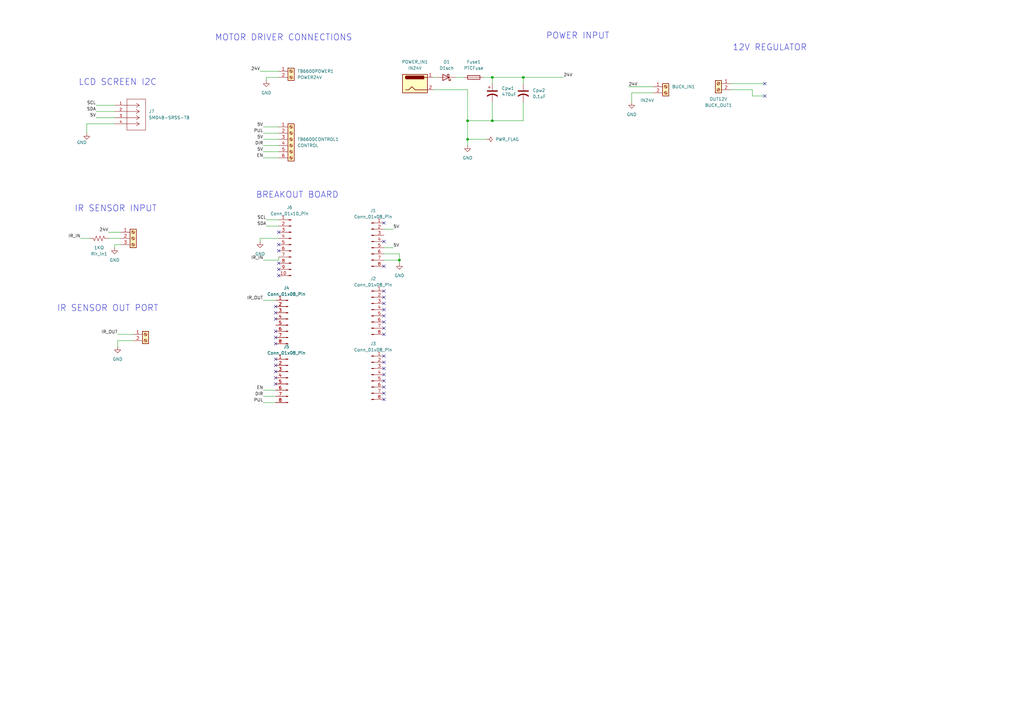
<source format=kicad_sch>
(kicad_sch (version 20250114) (generator "eeschema") (generator_version "9.0")
  (paper "A3")
  (lib_symbols
    (symbol "4_Pin_JST:SM04B-SRSS-TB" (pin_names (offset 1.016))
      (property "Reference" "J" (at 4.1656 5.3086 0))
      (property "Value" "SM04B-SRSS-TB" (at 0 0 0))
      (symbol "SM04B-SRSS-TB_0_0"
        (polyline (pts (xy 5.08 2.54) (xy 5.08 -10.16)) (stroke (width 0.1524)))
        (polyline (pts (xy 5.08 -10.16) (xy 12.7 -10.16)) (stroke (width 0.1524)))
        (polyline (pts (xy 10.16 0) (xy 5.08 0)) (stroke (width 0.1524)))
        (polyline (pts (xy 10.16 0) (xy 8.89 0.8382)) (stroke (width 0.1524)))
        (polyline (pts (xy 10.16 0) (xy 8.89 -0.8382)) (stroke (width 0.1524)))
        (polyline (pts (xy 10.16 -2.54) (xy 5.08 -2.54)) (stroke (width 0.1524)))
        (polyline (pts (xy 10.16 -2.54) (xy 8.89 -1.7018)) (stroke (width 0.1524)))
        (polyline (pts (xy 10.16 -2.54) (xy 8.89 -3.3782)) (stroke (width 0.1524)))
        (polyline (pts (xy 10.16 -5.08) (xy 5.08 -5.08)) (stroke (width 0.1524)))
        (polyline (pts (xy 10.16 -5.08) (xy 8.89 -4.2418)) (stroke (width 0.1524)))
        (polyline (pts (xy 10.16 -5.08) (xy 8.89 -5.9182)) (stroke (width 0.1524)))
        (polyline (pts (xy 10.16 -7.62) (xy 5.08 -7.62)) (stroke (width 0.1524)))
        (polyline (pts (xy 10.16 -7.62) (xy 8.89 -6.7818)) (stroke (width 0.1524)))
        (polyline (pts (xy 10.16 -7.62) (xy 8.89 -8.4582)) (stroke (width 0.1524)))
        (polyline (pts (xy 12.7 2.54) (xy 5.08 2.54)) (stroke (width 0.1524)))
        (polyline (pts (xy 12.7 -10.16) (xy 12.7 2.54)) (stroke (width 0.1524)))
        (pin passive line (at 0 0 0) (length 5.08) (name "~") (number "1"))
        (pin passive line (at 0 -2.54 0) (length 5.08) (name "~") (number "2"))
        (pin passive line (at 0 -5.08 0) (length 5.08) (name "~") (number "3"))
        (pin passive line (at 0 -7.62 0) (length 5.08) (name "~") (number "4"))
      )
    )
    (symbol "Connector:Barrel_Jack" (pin_names (offset 1.016))
      (property "Reference" "J" (at 0 5.334 0))
      (property "Value" "Barrel_Jack" (at 0 -5.08 0))
      (symbol "Barrel_Jack_0_1"
        (rectangle (start -5.08 3.81) (end 5.08 -3.81) (stroke (width 0.254)) (fill (type background)))
        (polyline (pts (xy -3.81 -2.54) (xy -2.54 -2.54) (xy -1.27 -1.27) (xy 0 -2.54) (xy 2.54 -2.54) (xy 5.08 -2.54)) (stroke (width 0.254)))
        (arc (start -3.302 1.905) (mid -3.9343 2.54) (end -3.302 3.175) (stroke (width 0.254)))
        (arc (start -3.302 1.905) (mid -3.9343 2.54) (end -3.302 3.175) (stroke (width 0.254)) (fill (type outline)))
        (rectangle (start 3.683 3.175) (end -3.302 1.905) (stroke (width 0.254)) (fill (type outline)))
        (polyline (pts (xy 5.08 2.54) (xy 3.81 2.54)) (stroke (width 0.254)))
      )
      (symbol "Barrel_Jack_1_1"
        (pin passive line (at 7.62 2.54 180) (length 2.54) (name "~") (number "1"))
        (pin passive line (at 7.62 -2.54 180) (length 2.54) (name "~") (number "2"))
      )
    )
    (symbol "Connector:Conn_01x08_Pin" (pin_names (offset 1.016) (hide yes))
      (property "Reference" "J" (at 0 10.16 0))
      (property "Value" "Conn_01x08_Pin" (at 0 -12.7 0))
      (symbol "Conn_01x08_Pin_1_1"
        (rectangle (start 0.8636 7.747) (end 0 7.493) (stroke (width 0.1524)) (fill (type outline)))
        (rectangle (start 0.8636 5.207) (end 0 4.953) (stroke (width 0.1524)) (fill (type outline)))
        (rectangle (start 0.8636 2.667) (end 0 2.413) (stroke (width 0.1524)) (fill (type outline)))
        (rectangle (start 0.8636 0.127) (end 0 -0.127) (stroke (width 0.1524)) (fill (type outline)))
        (rectangle (start 0.8636 -2.413) (end 0 -2.667) (stroke (width 0.1524)) (fill (type outline)))
        (rectangle (start 0.8636 -4.953) (end 0 -5.207) (stroke (width 0.1524)) (fill (type outline)))
        (rectangle (start 0.8636 -7.493) (end 0 -7.747) (stroke (width 0.1524)) (fill (type outline)))
        (rectangle (start 0.8636 -10.033) (end 0 -10.287) (stroke (width 0.1524)) (fill (type outline)))
        (polyline (pts (xy 1.27 7.62) (xy 0.8636 7.62)) (stroke (width 0.1524)))
        (polyline (pts (xy 1.27 5.08) (xy 0.8636 5.08)) (stroke (width 0.1524)))
        (polyline (pts (xy 1.27 2.54) (xy 0.8636 2.54)) (stroke (width 0.1524)))
        (polyline (pts (xy 1.27 0) (xy 0.8636 0)) (stroke (width 0.1524)))
        (polyline (pts (xy 1.27 -2.54) (xy 0.8636 -2.54)) (stroke (width 0.1524)))
        (polyline (pts (xy 1.27 -5.08) (xy 0.8636 -5.08)) (stroke (width 0.1524)))
        (polyline (pts (xy 1.27 -7.62) (xy 0.8636 -7.62)) (stroke (width 0.1524)))
        (polyline (pts (xy 1.27 -10.16) (xy 0.8636 -10.16)) (stroke (width 0.1524)))
        (pin passive line (at 5.08 7.62 180) (length 3.81) (name "Pin_1") (number "1"))
        (pin passive line (at 5.08 5.08 180) (length 3.81) (name "Pin_2") (number "2"))
        (pin passive line (at 5.08 2.54 180) (length 3.81) (name "Pin_3") (number "3"))
        (pin passive line (at 5.08 0 180) (length 3.81) (name "Pin_4") (number "4"))
        (pin passive line (at 5.08 -2.54 180) (length 3.81) (name "Pin_5") (number "5"))
        (pin passive line (at 5.08 -5.08 180) (length 3.81) (name "Pin_6") (number "6"))
        (pin passive line (at 5.08 -7.62 180) (length 3.81) (name "Pin_7") (number "7"))
        (pin passive line (at 5.08 -10.16 180) (length 3.81) (name "Pin_8") (number "8"))
      )
    )
    (symbol "Connector:Conn_01x10_Pin" (pin_names (offset 1.016) (hide yes))
      (property "Reference" "J" (at 0 12.7 0))
      (property "Value" "Conn_01x10_Pin" (at 0 -15.24 0))
      (symbol "Conn_01x10_Pin_1_1"
        (rectangle (start 0.8636 10.287) (end 0 10.033) (stroke (width 0.1524)) (fill (type outline)))
        (rectangle (start 0.8636 7.747) (end 0 7.493) (stroke (width 0.1524)) (fill (type outline)))
        (rectangle (start 0.8636 5.207) (end 0 4.953) (stroke (width 0.1524)) (fill (type outline)))
        (rectangle (start 0.8636 2.667) (end 0 2.413) (stroke (width 0.1524)) (fill (type outline)))
        (rectangle (start 0.8636 0.127) (end 0 -0.127) (stroke (width 0.1524)) (fill (type outline)))
        (rectangle (start 0.8636 -2.413) (end 0 -2.667) (stroke (width 0.1524)) (fill (type outline)))
        (rectangle (start 0.8636 -4.953) (end 0 -5.207) (stroke (width 0.1524)) (fill (type outline)))
        (rectangle (start 0.8636 -7.493) (end 0 -7.747) (stroke (width 0.1524)) (fill (type outline)))
        (rectangle (start 0.8636 -10.033) (end 0 -10.287) (stroke (width 0.1524)) (fill (type outline)))
        (rectangle (start 0.8636 -12.573) (end 0 -12.827) (stroke (width 0.1524)) (fill (type outline)))
        (polyline (pts (xy 1.27 10.16) (xy 0.8636 10.16)) (stroke (width 0.1524)))
        (polyline (pts (xy 1.27 7.62) (xy 0.8636 7.62)) (stroke (width 0.1524)))
        (polyline (pts (xy 1.27 5.08) (xy 0.8636 5.08)) (stroke (width 0.1524)))
        (polyline (pts (xy 1.27 2.54) (xy 0.8636 2.54)) (stroke (width 0.1524)))
        (polyline (pts (xy 1.27 0) (xy 0.8636 0)) (stroke (width 0.1524)))
        (polyline (pts (xy 1.27 -2.54) (xy 0.8636 -2.54)) (stroke (width 0.1524)))
        (polyline (pts (xy 1.27 -5.08) (xy 0.8636 -5.08)) (stroke (width 0.1524)))
        (polyline (pts (xy 1.27 -7.62) (xy 0.8636 -7.62)) (stroke (width 0.1524)))
        (polyline (pts (xy 1.27 -10.16) (xy 0.8636 -10.16)) (stroke (width 0.1524)))
        (polyline (pts (xy 1.27 -12.7) (xy 0.8636 -12.7)) (stroke (width 0.1524)))
        (pin passive line (at 5.08 10.16 180) (length 3.81) (name "Pin_1") (number "1"))
        (pin passive line (at 5.08 7.62 180) (length 3.81) (name "Pin_2") (number "2"))
        (pin passive line (at 5.08 5.08 180) (length 3.81) (name "Pin_3") (number "3"))
        (pin passive line (at 5.08 2.54 180) (length 3.81) (name "Pin_4") (number "4"))
        (pin passive line (at 5.08 0 180) (length 3.81) (name "Pin_5") (number "5"))
        (pin passive line (at 5.08 -2.54 180) (length 3.81) (name "Pin_6") (number "6"))
        (pin passive line (at 5.08 -5.08 180) (length 3.81) (name "Pin_7") (number "7"))
        (pin passive line (at 5.08 -7.62 180) (length 3.81) (name "Pin_8") (number "8"))
        (pin passive line (at 5.08 -10.16 180) (length 3.81) (name "Pin_9") (number "9"))
        (pin passive line (at 5.08 -12.7 180) (length 3.81) (name "Pin_10") (number "10"))
      )
    )
    (symbol "Connector:Screw_Terminal_01x02" (pin_names (offset 1.016) (hide yes))
      (property "Reference" "J" (at 0 2.54 0))
      (property "Value" "Screw_Terminal_01x02" (at 0 -5.08 0))
      (symbol "Screw_Terminal_01x02_1_1"
        (rectangle (start -1.27 1.27) (end 1.27 -3.81) (stroke (width 0.254)) (fill (type background)))
        (polyline (pts (xy -0.5334 0.3302) (xy 0.3302 -0.508)) (stroke (width 0.1524)))
        (polyline (pts (xy -0.5334 -2.2098) (xy 0.3302 -3.048)) (stroke (width 0.1524)))
        (polyline (pts (xy -0.3556 0.508) (xy 0.508 -0.3302)) (stroke (width 0.1524)))
        (polyline (pts (xy -0.3556 -2.032) (xy 0.508 -2.8702)) (stroke (width 0.1524)))
        (circle (center 0 0) (radius 0.635) (stroke (width 0.1524)))
        (circle (center 0 -2.54) (radius 0.635) (stroke (width 0.1524)))
        (pin passive line (at -5.08 0 0) (length 3.81) (name "Pin_1") (number "1"))
        (pin passive line (at -5.08 -2.54 0) (length 3.81) (name "Pin_2") (number "2"))
      )
    )
    (symbol "Connector:Screw_Terminal_01x03" (pin_names (offset 1.016) (hide yes))
      (property "Reference" "J" (at 0 5.08 0))
      (property "Value" "Screw_Terminal_01x03" (at 0 -5.08 0))
      (symbol "Screw_Terminal_01x03_1_1"
        (rectangle (start -1.27 3.81) (end 1.27 -3.81) (stroke (width 0.254)) (fill (type background)))
        (polyline (pts (xy -0.5334 2.8702) (xy 0.3302 2.032)) (stroke (width 0.1524)))
        (polyline (pts (xy -0.5334 0.3302) (xy 0.3302 -0.508)) (stroke (width 0.1524)))
        (polyline (pts (xy -0.5334 -2.2098) (xy 0.3302 -3.048)) (stroke (width 0.1524)))
        (polyline (pts (xy -0.3556 3.048) (xy 0.508 2.2098)) (stroke (width 0.1524)))
        (polyline (pts (xy -0.3556 0.508) (xy 0.508 -0.3302)) (stroke (width 0.1524)))
        (polyline (pts (xy -0.3556 -2.032) (xy 0.508 -2.8702)) (stroke (width 0.1524)))
        (circle (center 0 2.54) (radius 0.635) (stroke (width 0.1524)))
        (circle (center 0 0) (radius 0.635) (stroke (width 0.1524)))
        (circle (center 0 -2.54) (radius 0.635) (stroke (width 0.1524)))
        (pin passive line (at -5.08 2.54 0) (length 3.81) (name "Pin_1") (number "1"))
        (pin passive line (at -5.08 0 0) (length 3.81) (name "Pin_2") (number "2"))
        (pin passive line (at -5.08 -2.54 0) (length 3.81) (name "Pin_3") (number "3"))
      )
    )
    (symbol "Connector:Screw_Terminal_01x06" (pin_names (offset 1.016) (hide yes))
      (property "Reference" "J" (at 0 7.62 0))
      (property "Value" "Screw_Terminal_01x06" (at 0 -10.16 0))
      (symbol "Screw_Terminal_01x06_1_1"
        (rectangle (start -1.27 6.35) (end 1.27 -8.89) (stroke (width 0.254)) (fill (type background)))
        (polyline (pts (xy -0.5334 5.4102) (xy 0.3302 4.572)) (stroke (width 0.1524)))
        (polyline (pts (xy -0.5334 2.8702) (xy 0.3302 2.032)) (stroke (width 0.1524)))
        (polyline (pts (xy -0.5334 0.3302) (xy 0.3302 -0.508)) (stroke (width 0.1524)))
        (polyline (pts (xy -0.5334 -2.2098) (xy 0.3302 -3.048)) (stroke (width 0.1524)))
        (polyline (pts (xy -0.5334 -4.7498) (xy 0.3302 -5.588)) (stroke (width 0.1524)))
        (polyline (pts (xy -0.5334 -7.2898) (xy 0.3302 -8.128)) (stroke (width 0.1524)))
        (polyline (pts (xy -0.3556 5.588) (xy 0.508 4.7498)) (stroke (width 0.1524)))
        (polyline (pts (xy -0.3556 3.048) (xy 0.508 2.2098)) (stroke (width 0.1524)))
        (polyline (pts (xy -0.3556 0.508) (xy 0.508 -0.3302)) (stroke (width 0.1524)))
        (polyline (pts (xy -0.3556 -2.032) (xy 0.508 -2.8702)) (stroke (width 0.1524)))
        (polyline (pts (xy -0.3556 -4.572) (xy 0.508 -5.4102)) (stroke (width 0.1524)))
        (polyline (pts (xy -0.3556 -7.112) (xy 0.508 -7.9502)) (stroke (width 0.1524)))
        (circle (center 0 5.08) (radius 0.635) (stroke (width 0.1524)))
        (circle (center 0 2.54) (radius 0.635) (stroke (width 0.1524)))
        (circle (center 0 0) (radius 0.635) (stroke (width 0.1524)))
        (circle (center 0 -2.54) (radius 0.635) (stroke (width 0.1524)))
        (circle (center 0 -5.08) (radius 0.635) (stroke (width 0.1524)))
        (circle (center 0 -7.62) (radius 0.635) (stroke (width 0.1524)))
        (pin passive line (at -5.08 5.08 0) (length 3.81) (name "Pin_1") (number "1"))
        (pin passive line (at -5.08 2.54 0) (length 3.81) (name "Pin_2") (number "2"))
        (pin passive line (at -5.08 0 0) (length 3.81) (name "Pin_3") (number "3"))
        (pin passive line (at -5.08 -2.54 0) (length 3.81) (name "Pin_4") (number "4"))
        (pin passive line (at -5.08 -5.08 0) (length 3.81) (name "Pin_5") (number "5"))
        (pin passive line (at -5.08 -7.62 0) (length 3.81) (name "Pin_6") (number "6"))
      )
    )
    (symbol "Device:C_Polarized_US" (pin_numbers (hide yes)) (pin_names (offset 0.254) (hide yes))
      (property "Reference" "C" (at 0.635 2.54 0))
      (property "Value" "C_Polarized_US" (at 0.635 -2.54 0))
      (symbol "C_Polarized_US_0_1"
        (polyline (pts (xy -2.032 0.762) (xy 2.032 0.762)) (stroke (width 0.508)))
        (polyline (pts (xy -1.778 2.286) (xy -0.762 2.286)))
        (polyline (pts (xy -1.27 1.778) (xy -1.27 2.794)))
        (arc (start -2.032 -1.27) (mid 0 -0.5572) (end 2.032 -1.27) (stroke (width 0.508)))
      )
      (symbol "C_Polarized_US_1_1"
        (pin passive line (at 0 3.81 270) (length 2.794) (name "~") (number "1"))
        (pin passive line (at 0 -3.81 90) (length 3.302) (name "~") (number "2"))
      )
    )
    (symbol "Device:C_US" (pin_numbers (hide yes)) (pin_names (offset 0.254) (hide yes))
      (property "Reference" "C" (at 0.635 2.54 0))
      (property "Value" "C_US" (at 0.635 -2.54 0))
      (symbol "C_US_0_1"
        (polyline (pts (xy -2.032 0.762) (xy 2.032 0.762)) (stroke (width 0.508)))
        (arc (start -2.032 -1.27) (mid 0 -0.5572) (end 2.032 -1.27) (stroke (width 0.508)))
      )
      (symbol "C_US_1_1"
        (pin passive line (at 0 3.81 270) (length 2.794) (name "~") (number "1"))
        (pin passive line (at 0 -3.81 90) (length 3.302) (name "~") (number "2"))
      )
    )
    (symbol "Device:Fuse" (pin_numbers (hide yes)) (pin_names (offset 0))
      (property "Reference" "F" (at 2.032 0 90))
      (property "Value" "Fuse" (at -1.905 0 90))
      (symbol "Fuse_0_1"
        (rectangle (start -0.762 -2.54) (end 0.762 2.54) (stroke (width 0.254)))
        (polyline (pts (xy 0 2.54) (xy 0 -2.54)))
      )
      (symbol "Fuse_1_1"
        (pin passive line (at 0 3.81 270) (length 1.27) (name "~") (number "1"))
        (pin passive line (at 0 -3.81 90) (length 1.27) (name "~") (number "2"))
      )
    )
    (symbol "Device:R_US" (pin_numbers (hide yes)) (pin_names (offset 0))
      (property "Reference" "R" (at 2.54 0 90))
      (property "Value" "R_US" (at -2.54 0 90))
      (symbol "R_US_0_1"
        (polyline (pts (xy 0 2.286) (xy 0 2.54)))
        (polyline (pts (xy 0 2.286) (xy 1.016 1.905) (xy 0 1.524) (xy -1.016 1.143) (xy 0 0.762)))
        (polyline (pts (xy 0 0.762) (xy 1.016 0.381) (xy 0 0) (xy -1.016 -0.381) (xy 0 -0.762)))
        (polyline (pts (xy 0 -0.762) (xy 1.016 -1.143) (xy 0 -1.524) (xy -1.016 -1.905) (xy 0 -2.286)))
        (polyline (pts (xy 0 -2.286) (xy 0 -2.54)))
      )
      (symbol "R_US_1_1"
        (pin passive line (at 0 3.81 270) (length 1.27) (name "~") (number "1"))
        (pin passive line (at 0 -3.81 90) (length 1.27) (name "~") (number "2"))
      )
    )
    (symbol "Diode:SS14" (pin_numbers (hide yes)) (pin_names (offset 1.016) (hide yes))
      (property "Reference" "D" (at 0 2.54 0))
      (property "Value" "SS14" (at 0 -2.54 0))
      (symbol "SS14_0_1"
        (polyline (pts (xy -1.905 0.635) (xy -1.905 1.27) (xy -1.27 1.27) (xy -1.27 -1.27) (xy -0.635 -1.27) (xy -0.635 -0.635)) (stroke (width 0.254)))
        (polyline (pts (xy 1.27 1.27) (xy 1.27 -1.27) (xy -1.27 0) (xy 1.27 1.27)) (stroke (width 0.254)))
        (polyline (pts (xy 1.27 0) (xy -1.27 0)))
      )
      (symbol "SS14_1_1"
        (pin passive line (at -3.81 0 0) (length 2.54) (name "K") (number "1"))
        (pin passive line (at 3.81 0 180) (length 2.54) (name "A") (number "2"))
      )
    )
    (symbol "power:GND" (power) (pin_numbers (hide yes)) (pin_names (offset 0) (hide yes))
      (property "Value" "GND" (at 0 -3.81 0))
      (symbol "GND_0_1"
        (polyline (pts (xy 0 0) (xy 0 -1.27) (xy 1.27 -1.27) (xy 0 -2.54) (xy -1.27 -1.27) (xy 0 -1.27)))
      )
      (symbol "GND_1_1"
        (pin power_in line (at 0 0 270) (length 0) (name "~") (number "1"))
      )
    )
    (symbol "power:PWR_FLAG" (power) (pin_numbers (hide yes)) (pin_names (offset 0) (hide yes))
      (property "Value" "PWR_FLAG" (at 0 3.81 0))
      (symbol "PWR_FLAG_0_0"
        (pin power_out line (at 0 0 90) (length 0) (name "~") (number "1"))
      )
      (symbol "PWR_FLAG_0_1"
        (polyline (pts (xy 0 0) (xy 0 1.27) (xy -1.016 1.905) (xy 0 2.54) (xy 1.016 1.905) (xy 0 1.27)))
      )
    )
  )
  (text "12V REGULATOR\n" (at 315.722 19.558 0) (effects (font (size 2.54 2.54))))
  (text "BREAKOUT BOARD\n" (at 121.92 80.01 0) (effects (font (size 2.54 2.54))))
  (text "LCD SCREEN I2C" (at 48.26 33.782 0) (effects (font (size 2.54 2.54))))
  (text "POWER INPUT\n" (at 236.982 14.732 0) (effects (font (size 2.54 2.54))))
  (text "IR SENSOR INPUT" (at 47.498 85.598 0) (effects (font (size 2.54 2.54))))
  (text "MOTOR DRIVER CONNECTIONS" (at 116.332 15.494 0) (effects (font (size 2.54 2.54))))
  (text "IR SENSOR OUT PORT\n" (at 44.196 126.492 0) (effects (font (size 2.54 2.54))))
  (junction (at 163.83 106.68))
  (junction (at 191.77 57.15))
  (junction (at 201.93 31.75))
  (junction (at 201.93 49.53))
  (junction (at 214.63 31.75))
  (junction (at 191.77 49.53))
  (no_connect (at 157.48 132.08))
  (no_connect (at 114.3 102.87))
  (no_connect (at 157.48 146.05))
  (no_connect (at 157.48 161.29))
  (no_connect (at 157.48 158.75))
  (no_connect (at 157.48 129.54))
  (no_connect (at 157.48 109.22))
  (no_connect (at 157.48 119.38))
  (no_connect (at 157.48 127))
  (no_connect (at 157.48 156.21))
  (no_connect (at 114.3 107.95))
  (no_connect (at 157.48 151.13))
  (no_connect (at 157.48 163.83))
  (no_connect (at 157.48 134.62))
  (no_connect (at 113.03 138.43))
  (no_connect (at 157.48 137.16))
  (no_connect (at 113.03 149.86))
  (no_connect (at 313.69 34.29))
  (no_connect (at 113.03 152.4))
  (no_connect (at 113.03 135.89))
  (no_connect (at 313.69 39.37))
  (no_connect (at 113.03 154.94))
  (no_connect (at 157.48 124.46))
  (no_connect (at 113.03 128.27))
  (no_connect (at 114.3 100.33))
  (no_connect (at 113.03 140.97))
  (no_connect (at 157.48 91.44))
  (no_connect (at 157.48 99.06))
  (no_connect (at 113.03 130.81))
  (no_connect (at 114.3 95.25))
  (no_connect (at 114.3 110.49))
  (no_connect (at 113.03 125.73))
  (no_connect (at 113.03 157.48))
  (no_connect (at 113.03 147.32))
  (no_connect (at 157.48 121.92))
  (no_connect (at 114.3 113.03))
  (no_connect (at 157.48 148.59))
  (no_connect (at 157.48 153.67))
  (wire (pts (xy 44.45 97.79) (xy 49.53 97.79)))
  (wire (pts (xy 107.95 54.61) (xy 114.3 54.61)))
  (wire (pts (xy 214.63 34.29) (xy 214.63 31.75)))
  (wire (pts (xy 163.83 104.14) (xy 163.83 106.68)))
  (wire (pts (xy 107.95 106.68) (xy 114.3 106.68)))
  (wire (pts (xy 114.3 92.71) (xy 109.22 92.71)))
  (wire (pts (xy 46.99 50.8) (xy 35.56 50.8)))
  (wire (pts (xy 48.26 137.16) (xy 54.61 137.16)))
  (wire (pts (xy 39.37 45.72) (xy 46.99 45.72)))
  (wire (pts (xy 163.83 106.68) (xy 163.83 107.95)))
  (wire (pts (xy 308.61 36.83) (xy 308.61 39.37)))
  (wire (pts (xy 113.03 123.19) (xy 107.95 123.19)))
  (wire (pts (xy 257.81 35.56) (xy 267.97 35.56)))
  (wire (pts (xy 107.95 52.07) (xy 114.3 52.07)))
  (wire (pts (xy 35.56 50.8) (xy 35.56 54.61)))
  (wire (pts (xy 107.95 57.15) (xy 114.3 57.15)))
  (wire (pts (xy 201.93 49.53) (xy 214.63 49.53)))
  (wire (pts (xy 191.77 36.83) (xy 191.77 49.53)))
  (wire (pts (xy 33.02 97.79) (xy 36.83 97.79)))
  (wire (pts (xy 191.77 57.15) (xy 191.77 59.69)))
  (wire (pts (xy 114.3 90.17) (xy 109.22 90.17)))
  (wire (pts (xy 46.99 100.33) (xy 49.53 100.33)))
  (wire (pts (xy 214.63 31.75) (xy 201.93 31.75)))
  (wire (pts (xy 214.63 31.75) (xy 231.14 31.75)))
  (wire (pts (xy 186.69 31.75) (xy 190.5 31.75)))
  (wire (pts (xy 107.95 59.69) (xy 114.3 59.69)))
  (wire (pts (xy 113.03 165.1) (xy 107.95 165.1)))
  (wire (pts (xy 198.12 31.75) (xy 201.93 31.75)))
  (wire (pts (xy 163.83 106.68) (xy 157.48 106.68)))
  (wire (pts (xy 113.03 160.02) (xy 107.95 160.02)))
  (wire (pts (xy 201.93 31.75) (xy 201.93 34.29)))
  (wire (pts (xy 113.03 162.56) (xy 107.95 162.56)))
  (wire (pts (xy 191.77 49.53) (xy 191.77 57.15)))
  (wire (pts (xy 214.63 41.91) (xy 214.63 49.53)))
  (wire (pts (xy 177.8 31.75) (xy 179.07 31.75)))
  (wire (pts (xy 157.48 104.14) (xy 163.83 104.14)))
  (wire (pts (xy 106.68 97.79) (xy 106.68 99.06)))
  (wire (pts (xy 48.26 139.7) (xy 48.26 142.24)))
  (wire (pts (xy 201.93 41.91) (xy 201.93 49.53)))
  (wire (pts (xy 114.3 97.79) (xy 106.68 97.79)))
  (wire (pts (xy 106.68 29.21) (xy 114.3 29.21)))
  (wire (pts (xy 299.72 36.83) (xy 308.61 36.83)))
  (wire (pts (xy 107.95 64.77) (xy 114.3 64.77)))
  (wire (pts (xy 259.08 38.1) (xy 259.08 41.91)))
  (wire (pts (xy 39.37 43.18) (xy 46.99 43.18)))
  (wire (pts (xy 46.99 101.6) (xy 46.99 100.33)))
  (wire (pts (xy 54.61 139.7) (xy 48.26 139.7)))
  (wire (pts (xy 109.22 31.75) (xy 114.3 31.75)))
  (wire (pts (xy 299.72 34.29) (xy 313.69 34.29)))
  (wire (pts (xy 44.45 95.25) (xy 49.53 95.25)))
  (wire (pts (xy 114.3 106.68) (xy 114.3 105.41)))
  (wire (pts (xy 39.37 48.26) (xy 46.99 48.26)))
  (wire (pts (xy 107.95 62.23) (xy 114.3 62.23)))
  (wire (pts (xy 109.22 33.02) (xy 109.22 31.75)))
  (wire (pts (xy 308.61 39.37) (xy 313.69 39.37)))
  (wire (pts (xy 177.8 36.83) (xy 191.77 36.83)))
  (wire (pts (xy 161.29 93.98) (xy 157.48 93.98)))
  (wire (pts (xy 267.97 38.1) (xy 259.08 38.1)))
  (wire (pts (xy 191.77 49.53) (xy 201.93 49.53)))
  (wire (pts (xy 191.77 57.15) (xy 199.39 57.15)))
  (wire (pts (xy 161.29 101.6) (xy 157.48 101.6)))
  (label "PUL" (at 107.95 54.61 180))
  (label "5V" (at 39.37 48.26 180))
  (label "5V" (at 161.29 101.6 0))
  (label "SCL" (at 109.22 90.17 180))
  (label "SCL" (at 39.37 43.18 180))
  (label "IR_OUT" (at 48.26 137.16 180))
  (label "5V" (at 107.95 52.07 180))
  (label "24V" (at 257.81 35.56 0))
  (label "IR_IN" (at 107.95 106.68 180))
  (label "5V" (at 107.95 57.15 180))
  (label "PUL" (at 107.95 165.1 180))
  (label "5V" (at 161.29 93.98 0))
  (label "EN" (at 107.95 160.02 180))
  (label "24V" (at 231.14 31.75 0))
  (label "IR_IN" (at 33.02 97.79 180))
  (label "SDA" (at 109.22 92.71 180))
  (label "IR_OUT" (at 107.95 123.19 180))
  (label "DIR" (at 107.95 162.56 180))
  (label "5V" (at 107.95 62.23 180))
  (label "DIR" (at 107.95 59.69 180))
  (label "EN" (at 107.95 64.77 180))
  (label "24V" (at 44.45 95.25 180))
  (label "SDA" (at 39.37 45.72 180))
  (label "24V" (at 106.68 29.21 180))
  (symbol (lib_id "Diode:SS14") (at 182.88 31.75 180) (unit 1)
    (property "Reference" "D1" (at 183.1975 25.4 0))
    (property "Value" "D1sch" (at 183.1975 27.94 0))
    (property "Footprint" "Diode_THT:D_A-405_P12.70mm_Horizontal" (effects (hide yes)))
    (property "Datasheet" "https://www.vishay.com/docs/88746/ss12.pdf" (effects (hide yes)))
    (property "Description" "40V 1A Schottky Diode, SMA" (effects (hide yes)))
    (property "Sim.Library" ".\\" (effects (hide yes)))
  )
  (symbol (lib_id "Device:Fuse") (at 194.31 31.75 90) (unit 1)
    (property "Reference" "Fuse1" (at 194.31 25.4 90))
    (property "Value" "PTCFuse" (at 194.31 27.94 90))
    (property "Footprint" "Fuse:Fuse_Bourns_MF-RG400" (effects (hide yes)))
    (property "Description" "Fuse" (effects (hide yes)))
  )
  (symbol (lib_id "power:GND") (at 35.56 54.61 0) (unit 1)
    (property "Reference" "#PWR06" (effects (hide yes)))
    (property "Value" "GND" (at 35.5601 58.42 0) (effects (justify right)))
    (property "Description" "Power symbol creates a global label with name \"GND\" , ground" (effects (hide yes)))
  )
  (symbol (lib_id "Connector:Conn_01x08_Pin") (at 152.4 99.06 0) (unit 1)
    (property "Reference" "J1" (at 153.035 86.36 0))
    (property "Value" "Conn_01x08_Pin" (at 153.035 88.9 0))
    (property "Footprint" "Connector_PinHeader_2.54mm:PinHeader_1x08_P2.54mm_Vertical" (effects (hide yes)))
    (property "Description" "Generic connector, single row, 01x08, script generated" (effects (hide yes)))
  )
  (symbol (lib_id "Device:R_US") (at 40.64 97.79 90) (mirror x) (unit 1)
    (property "Reference" "Rir_in1" (at 40.64 104.14 90))
    (property "Value" "1KΩ" (at 40.64 101.6 90))
    (property "Footprint" "Resistor_THT:R_Axial_DIN0309_L9.0mm_D3.2mm_P12.70mm_Horizontal" (effects (hide yes)))
    (property "Description" "Resistor, US symbol" (effects (hide yes)))
  )
  (symbol (lib_id "Connector:Screw_Terminal_01x02") (at 273.05 35.56 0) (unit 1)
    (property "Reference" "BUCK_IN1" (at 275.59 35.5599 0) (effects (justify left)))
    (property "Value" "IN24V" (at 262.636 41.148 0) (effects (justify left)))
    (property "Footprint" "TerminalBlock_Phoenix:TerminalBlock_Phoenix_MKDS-1,5-2_1x02_P5.00mm_Horizontal" (effects (hide yes)))
    (property "Description" "Generic screw terminal, single row, 01x02, script generated (kicad-library-utils/schlib/autogen/connector/)" (effects (hide yes)))
  )
  (symbol (lib_id "Connector:Conn_01x08_Pin") (at 118.11 130.81 0) (mirror y) (unit 1)
    (property "Reference" "J4" (at 117.475 118.11 0))
    (property "Value" "Conn_01x08_Pin" (at 117.475 120.65 0))
    (property "Footprint" "Connector_PinHeader_2.54mm:PinHeader_1x08_P2.54mm_Vertical" (effects (hide yes)))
    (property "Description" "Generic connector, single row, 01x08, script generated" (effects (hide yes)))
  )
  (symbol (lib_id "Connector:Screw_Terminal_01x06") (at 119.38 57.15 0) (unit 1)
    (property "Reference" "TB6600CONTROL1" (at 121.92 57.1499 0) (effects (justify left)))
    (property "Value" "CONTROL" (at 121.92 59.6899 0) (effects (justify left)))
    (property "Footprint" "TerminalBlock_Phoenix:TerminalBlock_Phoenix_MKDS-1,5-6_1x06_P5.00mm_Horizontal" (effects (hide yes)))
    (property "Description" "Generic screw terminal, single row, 01x06, script generated (kicad-library-utils/schlib/autogen/connector/)" (effects (hide yes)))
  )
  (symbol (lib_id "Connector:Barrel_Jack") (at 170.18 34.29 0) (unit 1)
    (property "Reference" "POWER_IN1" (at 170.18 25.4 0))
    (property "Value" "IN24V" (at 170.18 27.94 0))
    (property "Footprint" "TerminalBlock_Phoenix:TerminalBlock_Phoenix_MKDS-1,5-2_1x02_P5.00mm_Horizontal" (effects (hide yes)))
    (property "Description" "DC Barrel Jack" (effects (hide yes)))
  )
  (symbol (lib_id "4_Pin_JST:SM04B-SRSS-TB") (at 46.99 43.18 0) (unit 1)
    (property "Reference" "J7" (at 60.96 45.7199 0) (effects (justify left)))
    (property "Value" "SM04B-SRSS-TB" (at 60.96 48.2599 0) (effects (justify left)))
    (property "Footprint" "SM04B-SRSS-TB:CONN_SM04B-SRSS-TB_JST" (effects (hide yes)))
    (property "MF" "JST Sales America Inc." (effects (hide yes)))
    (property "Description_1" "Conn Shrouded Header (4 Sides) HDR 4 POS 1mm Solder RA Side Entry SMD T/R" (effects (hide yes)))
    (property "COPYRIGHT" "Copyright (C) 2024 Ultra Librarian. All rights reserved." (effects (hide yes)))
    (property "Package" "None" (effects (hide yes)))
    (property "Price" "None" (effects (hide yes)))
    (property "Check_prices" "https://www.snapeda.com/parts/SM04B-SRSS-TB/JST/view-part/?ref=eda" (effects (hide yes)))
    (property "Availability" "In Stock" (effects (hide yes)))
    (property "SnapEDA_Link" "https://www.snapeda.com/parts/SM04B-SRSS-TB/JST/view-part/?ref=snap" (effects (hide yes)))
    (property "MP" "SM04B-SRSS-TB" (effects (hide yes)))
    (property "MFR_NAME" "JST" (effects (hide yes)))
    (property "MANUFACTURER_PART_NUMBER" "SM04B-SRSS-TB" (effects (hide yes)))
  )
  (symbol (lib_id "Connector:Conn_01x08_Pin") (at 152.4 153.67 0) (unit 1)
    (property "Reference" "J3" (at 153.035 140.97 0))
    (property "Value" "Conn_01x08_Pin" (at 153.035 143.51 0))
    (property "Footprint" "Connector_PinHeader_2.54mm:PinHeader_1x08_P2.54mm_Vertical" (effects (hide yes)))
    (property "Description" "Generic connector, single row, 01x08, script generated" (effects (hide yes)))
  )
  (symbol (lib_id "Connector:Screw_Terminal_01x02") (at 119.38 29.21 0) (unit 1)
    (property "Reference" "TB6600POWER1" (at 121.92 29.2099 0) (effects (justify left)))
    (property "Value" "POWER24V" (at 121.92 31.7499 0) (effects (justify left)))
    (property "Footprint" "TerminalBlock_Phoenix:TerminalBlock_Phoenix_MKDS-1,5-2_1x02_P5.00mm_Horizontal" (effects (hide yes)))
    (property "Description" "Generic screw terminal, single row, 01x02, script generated (kicad-library-utils/schlib/autogen/connector/)" (effects (hide yes)))
  )
  (symbol (lib_id "power:GND") (at 259.08 41.91 0) (unit 1)
    (property "Reference" "#PWR02" (effects (hide yes)))
    (property "Value" "GND" (at 259.08 46.99 0))
    (property "Description" "Power symbol creates a global label with name \"GND\" , ground" (effects (hide yes)))
  )
  (symbol (lib_id "Device:C_Polarized_US") (at 201.93 38.1 0) (unit 1)
    (property "Reference" "Cpw1" (at 205.74 36.1949 0) (effects (justify left)))
    (property "Value" "470uF" (at 205.74 38.7349 0) (effects (justify left)))
    (property "Footprint" "Capacitor_THT:CP_Axial_L10.0mm_D4.5mm_P15.00mm_Horizontal" (effects (hide yes)))
    (property "Description" "Polarized capacitor, US symbol" (effects (hide yes)))
  )
  (symbol (lib_id "power:GND") (at 191.77 59.69 0) (unit 1)
    (property "Reference" "#PWR0103" (effects (hide yes)))
    (property "Value" "GND" (at 191.77 64.77 0))
    (property "Description" "Power symbol creates a global label with name \"GND\" , ground" (effects (hide yes)))
  )
  (symbol (lib_id "power:GND") (at 46.99 101.6 0) (unit 1)
    (property "Reference" "#PWR011" (effects (hide yes)))
    (property "Value" "GND" (at 46.99 106.68 0))
    (property "Description" "Power symbol creates a global label with name \"GND\" , ground" (effects (hide yes)))
  )
  (symbol (lib_id "power:GND") (at 48.26 142.24 0) (unit 1)
    (property "Reference" "#PWR09" (effects (hide yes)))
    (property "Value" "GND" (at 48.26 147.32 0))
    (property "Description" "Power symbol creates a global label with name \"GND\" , ground" (effects (hide yes)))
  )
  (symbol (lib_id "Connector:Conn_01x10_Pin") (at 119.38 100.33 0) (mirror y) (unit 1)
    (property "Reference" "J6" (at 118.745 85.09 0))
    (property "Value" "Conn_01x10_Pin" (at 118.745 87.63 0))
    (property "Footprint" "Connector_PinHeader_2.54mm:PinHeader_1x10_P2.54mm_Vertical" (effects (hide yes)))
    (property "Description" "Generic connector, single row, 01x10, script generated" (effects (hide yes)))
  )
  (symbol (lib_id "Connector:Screw_Terminal_01x02") (at 59.69 137.16 0) (unit 1)
    (property "Reference" "SENSOR_OUT1" (effects (hide yes)))
    (property "Footprint" "TerminalBlock_Phoenix:TerminalBlock_Phoenix_MKDS-1,5-2_1x02_P5.00mm_Horizontal" (effects (hide yes)))
    (property "Description" "Generic screw terminal, single row, 01x02, script generated (kicad-library-utils/schlib/autogen/connector/)" (effects (hide yes)))
  )
  (symbol (lib_id "Connector:Screw_Terminal_01x02") (at 294.64 34.29 0) (mirror y) (unit 1)
    (property "Reference" "BUCK_OUT1" (at 294.64 43.18 0))
    (property "Value" "OUT12V" (at 294.64 40.64 0))
    (property "Footprint" "TerminalBlock_Phoenix:TerminalBlock_Phoenix_MKDS-1,5-2_1x02_P5.00mm_Horizontal" (effects (hide yes)))
    (property "Description" "Generic screw terminal, single row, 01x02, script generated (kicad-library-utils/schlib/autogen/connector/)" (effects (hide yes)))
  )
  (symbol (lib_id "power:GND") (at 109.22 33.02 0) (unit 1)
    (property "Reference" "#PWR015" (effects (hide yes)))
    (property "Value" "GND" (at 109.22 38.1 0))
    (property "Description" "Power symbol creates a global label with name \"GND\" , ground" (effects (hide yes)))
  )
  (symbol (lib_id "power:GND") (at 106.68 99.06 0) (mirror y) (unit 1)
    (property "Reference" "#PWR03" (effects (hide yes)))
    (property "Value" "GND" (at 106.68 104.14 0))
    (property "Description" "Power symbol creates a global label with name \"GND\" , ground" (effects (hide yes)))
  )
  (symbol (lib_id "power:GND") (at 163.83 107.95 0) (mirror y) (unit 1)
    (property "Reference" "#PWR01" (effects (hide yes)))
    (property "Value" "GND" (at 163.83 113.03 0))
    (property "Description" "Power symbol creates a global label with name \"GND\" , ground" (effects (hide yes)))
  )
  (symbol (lib_id "Device:C_US") (at 214.63 38.1 0) (unit 1)
    (property "Reference" "Cpw2" (at 218.44 37.0839 0) (effects (justify left)))
    (property "Value" "0.1uF" (at 218.44 39.6239 0) (effects (justify left)))
    (property "Footprint" "Capacitor_THT:CP_Axial_L10.0mm_D4.5mm_P15.00mm_Horizontal" (effects (hide yes)))
    (property "Description" "capacitor, US symbol" (effects (hide yes)))
  )
  (symbol (lib_id "Connector:Conn_01x08_Pin") (at 118.11 154.94 0) (mirror y) (unit 1)
    (property "Reference" "J5" (at 117.475 142.24 0))
    (property "Value" "Conn_01x08_Pin" (at 117.475 144.78 0))
    (property "Footprint" "Connector_PinHeader_2.54mm:PinHeader_1x08_P2.54mm_Vertical" (effects (hide yes)))
    (property "Description" "Generic connector, single row, 01x08, script generated" (effects (hide yes)))
  )
  (symbol (lib_id "Connector:Conn_01x08_Pin") (at 152.4 127 0) (unit 1)
    (property "Reference" "J2" (at 153.035 114.3 0))
    (property "Value" "Conn_01x08_Pin" (at 153.035 116.84 0))
    (property "Footprint" "Connector_PinHeader_2.54mm:PinHeader_1x08_P2.54mm_Vertical" (effects (hide yes)))
    (property "Description" "Generic connector, single row, 01x08, script generated" (effects (hide yes)))
  )
  (symbol (lib_id "Connector:Screw_Terminal_01x03") (at 54.61 97.79 0) (unit 1)
    (property "Reference" "SENSOR_IN1" (effects (hide yes)))
    (property "Footprint" "TerminalBlock_Phoenix:TerminalBlock_Phoenix_MKDS-1,5-3-5.08_1x03_P5.08mm_Horizontal" (effects (hide yes)))
    (property "Description" "Generic screw terminal, single row, 01x03, script generated (kicad-library-utils/schlib/autogen/connector/)" (effects (hide yes)))
  )
  (symbol (lib_id "power:PWR_FLAG") (at 199.39 57.15 270) (unit 1)
    (property "Reference" "#FLG0102" (effects (hide yes)))
    (property "Value" "PWR_FLAG" (at 203.2 57.1499 90) (effects (justify left)))
    (property "Description" "Special symbol for telling ERC where power comes from" (effects (hide yes)))
  )
)
</source>
